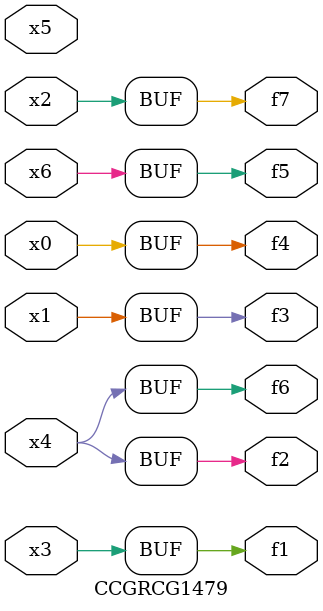
<source format=v>
module CCGRCG1479(
	input x0, x1, x2, x3, x4, x5, x6,
	output f1, f2, f3, f4, f5, f6, f7
);
	assign f1 = x3;
	assign f2 = x4;
	assign f3 = x1;
	assign f4 = x0;
	assign f5 = x6;
	assign f6 = x4;
	assign f7 = x2;
endmodule

</source>
